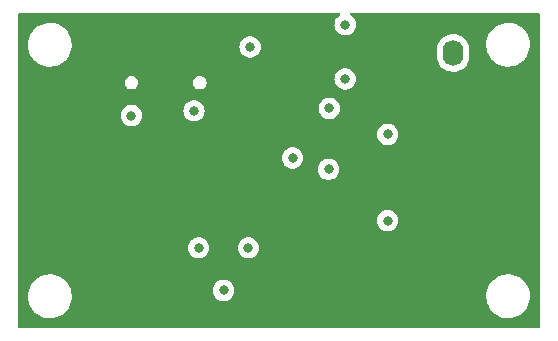
<source format=gbr>
%TF.GenerationSoftware,KiCad,Pcbnew,(7.0.0)*%
%TF.CreationDate,2023-03-22T16:00:14+00:00*%
%TF.ProjectId,CSAD2,43534144-322e-46b6-9963-61645f706362,0.2*%
%TF.SameCoordinates,Original*%
%TF.FileFunction,Copper,L3,Inr*%
%TF.FilePolarity,Positive*%
%FSLAX46Y46*%
G04 Gerber Fmt 4.6, Leading zero omitted, Abs format (unit mm)*
G04 Created by KiCad (PCBNEW (7.0.0)) date 2023-03-22 16:00:14*
%MOMM*%
%LPD*%
G01*
G04 APERTURE LIST*
G04 Aperture macros list*
%AMRoundRect*
0 Rectangle with rounded corners*
0 $1 Rounding radius*
0 $2 $3 $4 $5 $6 $7 $8 $9 X,Y pos of 4 corners*
0 Add a 4 corners polygon primitive as box body*
4,1,4,$2,$3,$4,$5,$6,$7,$8,$9,$2,$3,0*
0 Add four circle primitives for the rounded corners*
1,1,$1+$1,$2,$3*
1,1,$1+$1,$4,$5*
1,1,$1+$1,$6,$7*
1,1,$1+$1,$8,$9*
0 Add four rect primitives between the rounded corners*
20,1,$1+$1,$2,$3,$4,$5,0*
20,1,$1+$1,$4,$5,$6,$7,0*
20,1,$1+$1,$6,$7,$8,$9,0*
20,1,$1+$1,$8,$9,$2,$3,0*%
G04 Aperture macros list end*
%TA.AperFunction,ComponentPad*%
%ADD10RoundRect,0.250000X-0.620000X-0.845000X0.620000X-0.845000X0.620000X0.845000X-0.620000X0.845000X0*%
%TD*%
%TA.AperFunction,ComponentPad*%
%ADD11O,1.740000X2.190000*%
%TD*%
%TA.AperFunction,ViaPad*%
%ADD12C,0.800000*%
%TD*%
G04 APERTURE END LIST*
D10*
%TO.N,GND*%
%TO.C,J1*%
X152700000Y-81800000D03*
D11*
%TO.N,Net-(J1-Pin_2)*%
X155239999Y-81799999D03*
%TD*%
D12*
%TO.N,GND*%
X124000000Y-85000000D03*
X120000000Y-85000000D03*
X127000000Y-103000000D03*
X135000000Y-90000000D03*
X150400000Y-87500000D03*
X153000000Y-98000000D03*
X161000000Y-92000000D03*
X157500000Y-83900000D03*
X136900000Y-83100000D03*
X161000000Y-85000000D03*
X158000000Y-98000000D03*
X127000000Y-100000000D03*
X131000000Y-98000000D03*
X126800000Y-86500000D03*
X125000000Y-98000000D03*
X153000000Y-91000000D03*
X138000000Y-90000000D03*
X150300000Y-84900000D03*
X148000000Y-103000000D03*
X139900000Y-103200000D03*
X131000000Y-103000000D03*
X124000000Y-89000000D03*
X144000000Y-103000000D03*
X129000000Y-89000000D03*
X149100000Y-84900000D03*
X149000000Y-79200000D03*
X142900000Y-98000000D03*
X148000000Y-98000000D03*
X135000000Y-86400000D03*
X150300000Y-79200000D03*
X121000000Y-98000000D03*
X153000000Y-103000000D03*
X158000000Y-91000000D03*
%TO.N,+3.3V*%
X144750000Y-86500000D03*
X133700000Y-98300000D03*
X149700000Y-96000000D03*
X141650000Y-90700000D03*
X137900000Y-98300000D03*
X149700000Y-88700000D03*
%TO.N,Net-(JP1-C)*%
X144700000Y-91650000D03*
X135800000Y-101900000D03*
%TO.N,Net-(JP3-B)*%
X138050000Y-81300000D03*
X128000000Y-87100000D03*
X133300000Y-86700000D03*
X146100000Y-79400000D03*
%TO.N,Net-(J1-Pin_2)*%
X146100000Y-84000000D03*
%TD*%
%TA.AperFunction,Conductor*%
%TO.N,GND*%
G36*
X145621777Y-78415838D02*
G01*
X145666737Y-78458058D01*
X145685795Y-78516714D01*
X145674238Y-78577297D01*
X145634925Y-78624818D01*
X145499388Y-78723290D01*
X145499381Y-78723295D01*
X145494129Y-78727112D01*
X145489784Y-78731937D01*
X145489779Y-78731942D01*
X145371813Y-78862956D01*
X145371808Y-78862962D01*
X145367467Y-78867784D01*
X145364222Y-78873404D01*
X145364218Y-78873410D01*
X145276069Y-79026089D01*
X145276066Y-79026094D01*
X145272821Y-79031716D01*
X145270815Y-79037888D01*
X145270813Y-79037894D01*
X145216333Y-79205564D01*
X145216331Y-79205573D01*
X145214326Y-79211744D01*
X145213648Y-79218194D01*
X145213646Y-79218204D01*
X145202439Y-79324840D01*
X145194540Y-79400000D01*
X145195219Y-79406460D01*
X145213646Y-79581795D01*
X145213647Y-79581803D01*
X145214326Y-79588256D01*
X145216331Y-79594428D01*
X145216333Y-79594435D01*
X145270813Y-79762105D01*
X145272821Y-79768284D01*
X145276068Y-79773908D01*
X145276069Y-79773910D01*
X145358566Y-79916800D01*
X145367467Y-79932216D01*
X145494129Y-80072888D01*
X145647270Y-80184151D01*
X145820197Y-80261144D01*
X146005354Y-80300500D01*
X146188143Y-80300500D01*
X146194646Y-80300500D01*
X146379803Y-80261144D01*
X146552730Y-80184151D01*
X146705871Y-80072888D01*
X146832533Y-79932216D01*
X146927179Y-79768284D01*
X146985674Y-79588256D01*
X147005460Y-79400000D01*
X146985674Y-79211744D01*
X146927179Y-79031716D01*
X146832533Y-78867784D01*
X146705871Y-78727112D01*
X146700613Y-78723292D01*
X146700611Y-78723290D01*
X146565075Y-78624818D01*
X146525762Y-78577297D01*
X146514205Y-78516714D01*
X146533263Y-78458058D01*
X146578223Y-78415838D01*
X146637960Y-78400500D01*
X162475500Y-78400500D01*
X162537500Y-78417113D01*
X162582887Y-78462500D01*
X162599500Y-78524500D01*
X162599500Y-104975500D01*
X162582887Y-105037500D01*
X162537500Y-105082887D01*
X162475500Y-105099500D01*
X118524500Y-105099500D01*
X118462500Y-105082887D01*
X118417113Y-105037500D01*
X118400500Y-104975500D01*
X118400500Y-102467765D01*
X119245788Y-102467765D01*
X119246282Y-102472262D01*
X119246283Y-102472267D01*
X119274917Y-102732506D01*
X119274918Y-102732513D01*
X119275414Y-102737018D01*
X119276559Y-102741398D01*
X119276561Y-102741408D01*
X119292010Y-102800500D01*
X119343928Y-102999088D01*
X119345693Y-103003242D01*
X119345696Y-103003250D01*
X119448099Y-103244223D01*
X119449870Y-103248390D01*
X119452226Y-103252251D01*
X119452229Y-103252256D01*
X119588618Y-103475737D01*
X119590982Y-103479610D01*
X119764255Y-103687820D01*
X119767630Y-103690844D01*
X119767631Y-103690845D01*
X119872330Y-103784656D01*
X119965998Y-103868582D01*
X120191910Y-104018044D01*
X120437176Y-104133020D01*
X120696569Y-104211060D01*
X120964561Y-104250500D01*
X121165369Y-104250500D01*
X121167631Y-104250500D01*
X121370156Y-104235677D01*
X121634553Y-104176780D01*
X121887558Y-104080014D01*
X122123777Y-103947441D01*
X122338177Y-103781888D01*
X122526186Y-103586881D01*
X122683799Y-103366579D01*
X122807656Y-103125675D01*
X122895118Y-102869305D01*
X122944319Y-102602933D01*
X122954212Y-102332235D01*
X122924586Y-102062982D01*
X122881977Y-101900000D01*
X134894540Y-101900000D01*
X134895219Y-101906460D01*
X134913646Y-102081795D01*
X134913647Y-102081803D01*
X134914326Y-102088256D01*
X134916331Y-102094428D01*
X134916333Y-102094435D01*
X134970813Y-102262105D01*
X134972821Y-102268284D01*
X135067467Y-102432216D01*
X135071811Y-102437041D01*
X135071813Y-102437043D01*
X135103529Y-102472267D01*
X135194129Y-102572888D01*
X135199387Y-102576708D01*
X135199388Y-102576709D01*
X135241621Y-102607393D01*
X135347270Y-102684151D01*
X135520197Y-102761144D01*
X135705354Y-102800500D01*
X135888143Y-102800500D01*
X135894646Y-102800500D01*
X136079803Y-102761144D01*
X136252730Y-102684151D01*
X136405871Y-102572888D01*
X136500524Y-102467765D01*
X158045788Y-102467765D01*
X158046282Y-102472262D01*
X158046283Y-102472267D01*
X158074917Y-102732506D01*
X158074918Y-102732513D01*
X158075414Y-102737018D01*
X158076559Y-102741398D01*
X158076561Y-102741408D01*
X158092010Y-102800500D01*
X158143928Y-102999088D01*
X158145693Y-103003242D01*
X158145696Y-103003250D01*
X158248099Y-103244223D01*
X158249870Y-103248390D01*
X158252226Y-103252251D01*
X158252229Y-103252256D01*
X158388618Y-103475737D01*
X158390982Y-103479610D01*
X158564255Y-103687820D01*
X158567630Y-103690844D01*
X158567631Y-103690845D01*
X158672330Y-103784656D01*
X158765998Y-103868582D01*
X158991910Y-104018044D01*
X159237176Y-104133020D01*
X159496569Y-104211060D01*
X159764561Y-104250500D01*
X159965369Y-104250500D01*
X159967631Y-104250500D01*
X160170156Y-104235677D01*
X160434553Y-104176780D01*
X160687558Y-104080014D01*
X160923777Y-103947441D01*
X161138177Y-103781888D01*
X161326186Y-103586881D01*
X161483799Y-103366579D01*
X161607656Y-103125675D01*
X161695118Y-102869305D01*
X161744319Y-102602933D01*
X161754212Y-102332235D01*
X161724586Y-102062982D01*
X161656072Y-101800912D01*
X161550130Y-101551610D01*
X161409018Y-101320390D01*
X161235745Y-101112180D01*
X161232368Y-101109154D01*
X161037382Y-100934446D01*
X161037378Y-100934442D01*
X161034002Y-100931418D01*
X160808090Y-100781956D01*
X160803996Y-100780036D01*
X160803991Y-100780034D01*
X160566929Y-100668904D01*
X160566925Y-100668902D01*
X160562824Y-100666980D01*
X160558477Y-100665672D01*
X160558474Y-100665671D01*
X160307772Y-100590246D01*
X160307771Y-100590245D01*
X160303431Y-100588940D01*
X160298957Y-100588281D01*
X160298950Y-100588280D01*
X160039913Y-100550158D01*
X160039907Y-100550157D01*
X160035439Y-100549500D01*
X159832369Y-100549500D01*
X159830120Y-100549664D01*
X159830109Y-100549665D01*
X159634363Y-100563992D01*
X159634359Y-100563992D01*
X159629844Y-100564323D01*
X159625426Y-100565307D01*
X159625420Y-100565308D01*
X159369877Y-100622232D01*
X159369861Y-100622236D01*
X159365447Y-100623220D01*
X159361216Y-100624838D01*
X159361210Y-100624840D01*
X159116673Y-100718367D01*
X159116663Y-100718371D01*
X159112442Y-100719986D01*
X159108494Y-100722201D01*
X159108489Y-100722204D01*
X158880176Y-100850340D01*
X158880171Y-100850343D01*
X158876223Y-100852559D01*
X158872639Y-100855325D01*
X158872635Y-100855329D01*
X158665407Y-101015343D01*
X158665394Y-101015354D01*
X158661823Y-101018112D01*
X158658685Y-101021366D01*
X158658678Y-101021373D01*
X158476958Y-101209857D01*
X158476952Y-101209864D01*
X158473814Y-101213119D01*
X158471189Y-101216787D01*
X158471179Y-101216800D01*
X158318834Y-101429740D01*
X158318830Y-101429745D01*
X158316201Y-101433421D01*
X158314132Y-101437444D01*
X158314129Y-101437450D01*
X158194416Y-101670293D01*
X158194411Y-101670304D01*
X158192344Y-101674325D01*
X158190884Y-101678602D01*
X158190879Y-101678616D01*
X158106348Y-101926395D01*
X158106344Y-101926407D01*
X158104882Y-101930695D01*
X158104057Y-101935159D01*
X158104057Y-101935161D01*
X158056504Y-102192606D01*
X158056502Y-102192619D01*
X158055681Y-102197067D01*
X158055515Y-102201593D01*
X158055515Y-102201599D01*
X158046911Y-102437043D01*
X158045788Y-102467765D01*
X136500524Y-102467765D01*
X136532533Y-102432216D01*
X136627179Y-102268284D01*
X136685674Y-102088256D01*
X136705460Y-101900000D01*
X136685674Y-101711744D01*
X136627179Y-101531716D01*
X136532533Y-101367784D01*
X136405871Y-101227112D01*
X136400613Y-101223292D01*
X136400611Y-101223290D01*
X136257988Y-101119669D01*
X136257987Y-101119668D01*
X136252730Y-101115849D01*
X136246792Y-101113205D01*
X136085745Y-101041501D01*
X136085740Y-101041499D01*
X136079803Y-101038856D01*
X136073444Y-101037504D01*
X136073440Y-101037503D01*
X135901008Y-101000852D01*
X135901005Y-101000851D01*
X135894646Y-100999500D01*
X135705354Y-100999500D01*
X135698995Y-101000851D01*
X135698991Y-101000852D01*
X135526559Y-101037503D01*
X135526552Y-101037505D01*
X135520197Y-101038856D01*
X135514262Y-101041498D01*
X135514254Y-101041501D01*
X135353207Y-101113205D01*
X135353202Y-101113207D01*
X135347270Y-101115849D01*
X135342016Y-101119665D01*
X135342011Y-101119669D01*
X135199388Y-101223290D01*
X135199381Y-101223295D01*
X135194129Y-101227112D01*
X135189784Y-101231937D01*
X135189779Y-101231942D01*
X135071813Y-101362956D01*
X135071808Y-101362962D01*
X135067467Y-101367784D01*
X135064222Y-101373404D01*
X135064218Y-101373410D01*
X134976069Y-101526089D01*
X134976066Y-101526094D01*
X134972821Y-101531716D01*
X134970815Y-101537888D01*
X134970813Y-101537894D01*
X134916333Y-101705564D01*
X134916331Y-101705573D01*
X134914326Y-101711744D01*
X134913648Y-101718194D01*
X134913646Y-101718204D01*
X134904954Y-101800912D01*
X134894540Y-101900000D01*
X122881977Y-101900000D01*
X122856072Y-101800912D01*
X122750130Y-101551610D01*
X122609018Y-101320390D01*
X122435745Y-101112180D01*
X122432368Y-101109154D01*
X122237382Y-100934446D01*
X122237378Y-100934442D01*
X122234002Y-100931418D01*
X122008090Y-100781956D01*
X122003996Y-100780036D01*
X122003991Y-100780034D01*
X121766929Y-100668904D01*
X121766925Y-100668902D01*
X121762824Y-100666980D01*
X121758477Y-100665672D01*
X121758474Y-100665671D01*
X121507772Y-100590246D01*
X121507771Y-100590245D01*
X121503431Y-100588940D01*
X121498957Y-100588281D01*
X121498950Y-100588280D01*
X121239913Y-100550158D01*
X121239907Y-100550157D01*
X121235439Y-100549500D01*
X121032369Y-100549500D01*
X121030120Y-100549664D01*
X121030109Y-100549665D01*
X120834363Y-100563992D01*
X120834359Y-100563992D01*
X120829844Y-100564323D01*
X120825426Y-100565307D01*
X120825420Y-100565308D01*
X120569877Y-100622232D01*
X120569861Y-100622236D01*
X120565447Y-100623220D01*
X120561216Y-100624838D01*
X120561210Y-100624840D01*
X120316673Y-100718367D01*
X120316663Y-100718371D01*
X120312442Y-100719986D01*
X120308494Y-100722201D01*
X120308489Y-100722204D01*
X120080176Y-100850340D01*
X120080171Y-100850343D01*
X120076223Y-100852559D01*
X120072639Y-100855325D01*
X120072635Y-100855329D01*
X119865407Y-101015343D01*
X119865394Y-101015354D01*
X119861823Y-101018112D01*
X119858685Y-101021366D01*
X119858678Y-101021373D01*
X119676958Y-101209857D01*
X119676952Y-101209864D01*
X119673814Y-101213119D01*
X119671189Y-101216787D01*
X119671179Y-101216800D01*
X119518834Y-101429740D01*
X119518830Y-101429745D01*
X119516201Y-101433421D01*
X119514132Y-101437444D01*
X119514129Y-101437450D01*
X119394416Y-101670293D01*
X119394411Y-101670304D01*
X119392344Y-101674325D01*
X119390884Y-101678602D01*
X119390879Y-101678616D01*
X119306348Y-101926395D01*
X119306344Y-101926407D01*
X119304882Y-101930695D01*
X119304057Y-101935159D01*
X119304057Y-101935161D01*
X119256504Y-102192606D01*
X119256502Y-102192619D01*
X119255681Y-102197067D01*
X119255515Y-102201593D01*
X119255515Y-102201599D01*
X119246911Y-102437043D01*
X119245788Y-102467765D01*
X118400500Y-102467765D01*
X118400500Y-98300000D01*
X132794540Y-98300000D01*
X132795219Y-98306460D01*
X132813646Y-98481795D01*
X132813647Y-98481803D01*
X132814326Y-98488256D01*
X132816331Y-98494428D01*
X132816333Y-98494435D01*
X132870813Y-98662105D01*
X132872821Y-98668284D01*
X132967467Y-98832216D01*
X133094129Y-98972888D01*
X133247270Y-99084151D01*
X133420197Y-99161144D01*
X133605354Y-99200500D01*
X133788143Y-99200500D01*
X133794646Y-99200500D01*
X133979803Y-99161144D01*
X134152730Y-99084151D01*
X134305871Y-98972888D01*
X134432533Y-98832216D01*
X134527179Y-98668284D01*
X134585674Y-98488256D01*
X134605460Y-98300000D01*
X136994540Y-98300000D01*
X136995219Y-98306460D01*
X137013646Y-98481795D01*
X137013647Y-98481803D01*
X137014326Y-98488256D01*
X137016331Y-98494428D01*
X137016333Y-98494435D01*
X137070813Y-98662105D01*
X137072821Y-98668284D01*
X137167467Y-98832216D01*
X137294129Y-98972888D01*
X137447270Y-99084151D01*
X137620197Y-99161144D01*
X137805354Y-99200500D01*
X137988143Y-99200500D01*
X137994646Y-99200500D01*
X138179803Y-99161144D01*
X138352730Y-99084151D01*
X138505871Y-98972888D01*
X138632533Y-98832216D01*
X138727179Y-98668284D01*
X138785674Y-98488256D01*
X138805460Y-98300000D01*
X138785674Y-98111744D01*
X138727179Y-97931716D01*
X138632533Y-97767784D01*
X138505871Y-97627112D01*
X138500613Y-97623292D01*
X138500611Y-97623290D01*
X138357988Y-97519669D01*
X138357987Y-97519668D01*
X138352730Y-97515849D01*
X138346792Y-97513205D01*
X138185745Y-97441501D01*
X138185740Y-97441499D01*
X138179803Y-97438856D01*
X138173444Y-97437504D01*
X138173440Y-97437503D01*
X138001008Y-97400852D01*
X138001005Y-97400851D01*
X137994646Y-97399500D01*
X137805354Y-97399500D01*
X137798995Y-97400851D01*
X137798991Y-97400852D01*
X137626559Y-97437503D01*
X137626552Y-97437505D01*
X137620197Y-97438856D01*
X137614262Y-97441498D01*
X137614254Y-97441501D01*
X137453207Y-97513205D01*
X137453202Y-97513207D01*
X137447270Y-97515849D01*
X137442016Y-97519665D01*
X137442011Y-97519669D01*
X137299388Y-97623290D01*
X137299381Y-97623295D01*
X137294129Y-97627112D01*
X137289784Y-97631937D01*
X137289779Y-97631942D01*
X137171813Y-97762956D01*
X137171808Y-97762962D01*
X137167467Y-97767784D01*
X137164222Y-97773404D01*
X137164218Y-97773410D01*
X137076069Y-97926089D01*
X137076066Y-97926094D01*
X137072821Y-97931716D01*
X137070815Y-97937888D01*
X137070813Y-97937894D01*
X137016333Y-98105564D01*
X137016331Y-98105573D01*
X137014326Y-98111744D01*
X137013648Y-98118194D01*
X137013646Y-98118204D01*
X136995962Y-98286464D01*
X136994540Y-98300000D01*
X134605460Y-98300000D01*
X134585674Y-98111744D01*
X134527179Y-97931716D01*
X134432533Y-97767784D01*
X134305871Y-97627112D01*
X134300613Y-97623292D01*
X134300611Y-97623290D01*
X134157988Y-97519669D01*
X134157987Y-97519668D01*
X134152730Y-97515849D01*
X134146792Y-97513205D01*
X133985745Y-97441501D01*
X133985740Y-97441499D01*
X133979803Y-97438856D01*
X133973444Y-97437504D01*
X133973440Y-97437503D01*
X133801008Y-97400852D01*
X133801005Y-97400851D01*
X133794646Y-97399500D01*
X133605354Y-97399500D01*
X133598995Y-97400851D01*
X133598991Y-97400852D01*
X133426559Y-97437503D01*
X133426552Y-97437505D01*
X133420197Y-97438856D01*
X133414262Y-97441498D01*
X133414254Y-97441501D01*
X133253207Y-97513205D01*
X133253202Y-97513207D01*
X133247270Y-97515849D01*
X133242016Y-97519665D01*
X133242011Y-97519669D01*
X133099388Y-97623290D01*
X133099381Y-97623295D01*
X133094129Y-97627112D01*
X133089784Y-97631937D01*
X133089779Y-97631942D01*
X132971813Y-97762956D01*
X132971808Y-97762962D01*
X132967467Y-97767784D01*
X132964222Y-97773404D01*
X132964218Y-97773410D01*
X132876069Y-97926089D01*
X132876066Y-97926094D01*
X132872821Y-97931716D01*
X132870815Y-97937888D01*
X132870813Y-97937894D01*
X132816333Y-98105564D01*
X132816331Y-98105573D01*
X132814326Y-98111744D01*
X132813648Y-98118194D01*
X132813646Y-98118204D01*
X132795962Y-98286464D01*
X132794540Y-98300000D01*
X118400500Y-98300000D01*
X118400500Y-96000000D01*
X148794540Y-96000000D01*
X148795219Y-96006460D01*
X148813646Y-96181795D01*
X148813647Y-96181803D01*
X148814326Y-96188256D01*
X148816331Y-96194428D01*
X148816333Y-96194435D01*
X148870813Y-96362105D01*
X148872821Y-96368284D01*
X148967467Y-96532216D01*
X149094129Y-96672888D01*
X149247270Y-96784151D01*
X149420197Y-96861144D01*
X149605354Y-96900500D01*
X149788143Y-96900500D01*
X149794646Y-96900500D01*
X149979803Y-96861144D01*
X150152730Y-96784151D01*
X150305871Y-96672888D01*
X150432533Y-96532216D01*
X150527179Y-96368284D01*
X150585674Y-96188256D01*
X150605460Y-96000000D01*
X150585674Y-95811744D01*
X150527179Y-95631716D01*
X150432533Y-95467784D01*
X150305871Y-95327112D01*
X150300613Y-95323292D01*
X150300611Y-95323290D01*
X150157988Y-95219669D01*
X150157987Y-95219668D01*
X150152730Y-95215849D01*
X150146792Y-95213205D01*
X149985745Y-95141501D01*
X149985740Y-95141499D01*
X149979803Y-95138856D01*
X149973444Y-95137504D01*
X149973440Y-95137503D01*
X149801008Y-95100852D01*
X149801005Y-95100851D01*
X149794646Y-95099500D01*
X149605354Y-95099500D01*
X149598995Y-95100851D01*
X149598991Y-95100852D01*
X149426559Y-95137503D01*
X149426552Y-95137505D01*
X149420197Y-95138856D01*
X149414262Y-95141498D01*
X149414254Y-95141501D01*
X149253207Y-95213205D01*
X149253202Y-95213207D01*
X149247270Y-95215849D01*
X149242016Y-95219665D01*
X149242011Y-95219669D01*
X149099388Y-95323290D01*
X149099381Y-95323295D01*
X149094129Y-95327112D01*
X149089784Y-95331937D01*
X149089779Y-95331942D01*
X148971813Y-95462956D01*
X148971808Y-95462962D01*
X148967467Y-95467784D01*
X148964222Y-95473404D01*
X148964218Y-95473410D01*
X148876069Y-95626089D01*
X148876066Y-95626094D01*
X148872821Y-95631716D01*
X148870815Y-95637888D01*
X148870813Y-95637894D01*
X148816333Y-95805564D01*
X148816331Y-95805573D01*
X148814326Y-95811744D01*
X148813648Y-95818194D01*
X148813646Y-95818204D01*
X148795962Y-95986464D01*
X148794540Y-96000000D01*
X118400500Y-96000000D01*
X118400500Y-91650000D01*
X143794540Y-91650000D01*
X143795219Y-91656460D01*
X143813646Y-91831795D01*
X143813647Y-91831803D01*
X143814326Y-91838256D01*
X143816331Y-91844428D01*
X143816333Y-91844435D01*
X143870813Y-92012105D01*
X143872821Y-92018284D01*
X143967467Y-92182216D01*
X144094129Y-92322888D01*
X144247270Y-92434151D01*
X144420197Y-92511144D01*
X144605354Y-92550500D01*
X144788143Y-92550500D01*
X144794646Y-92550500D01*
X144979803Y-92511144D01*
X145152730Y-92434151D01*
X145305871Y-92322888D01*
X145432533Y-92182216D01*
X145527179Y-92018284D01*
X145585674Y-91838256D01*
X145605460Y-91650000D01*
X145585674Y-91461744D01*
X145527179Y-91281716D01*
X145432533Y-91117784D01*
X145305871Y-90977112D01*
X145300613Y-90973292D01*
X145300611Y-90973290D01*
X145157988Y-90869669D01*
X145157987Y-90869668D01*
X145152730Y-90865849D01*
X145146792Y-90863205D01*
X144985745Y-90791501D01*
X144985740Y-90791499D01*
X144979803Y-90788856D01*
X144973444Y-90787504D01*
X144973440Y-90787503D01*
X144801008Y-90750852D01*
X144801005Y-90750851D01*
X144794646Y-90749500D01*
X144605354Y-90749500D01*
X144598995Y-90750851D01*
X144598991Y-90750852D01*
X144426559Y-90787503D01*
X144426552Y-90787505D01*
X144420197Y-90788856D01*
X144414262Y-90791498D01*
X144414254Y-90791501D01*
X144253207Y-90863205D01*
X144253202Y-90863207D01*
X144247270Y-90865849D01*
X144242016Y-90869665D01*
X144242011Y-90869669D01*
X144099388Y-90973290D01*
X144099381Y-90973295D01*
X144094129Y-90977112D01*
X144089784Y-90981937D01*
X144089779Y-90981942D01*
X143971813Y-91112956D01*
X143971808Y-91112962D01*
X143967467Y-91117784D01*
X143964222Y-91123404D01*
X143964218Y-91123410D01*
X143876069Y-91276089D01*
X143876066Y-91276094D01*
X143872821Y-91281716D01*
X143870815Y-91287888D01*
X143870813Y-91287894D01*
X143816333Y-91455564D01*
X143816331Y-91455573D01*
X143814326Y-91461744D01*
X143813648Y-91468194D01*
X143813646Y-91468204D01*
X143795962Y-91636464D01*
X143794540Y-91650000D01*
X118400500Y-91650000D01*
X118400500Y-90700000D01*
X140744540Y-90700000D01*
X140745219Y-90706460D01*
X140763646Y-90881795D01*
X140763647Y-90881803D01*
X140764326Y-90888256D01*
X140766331Y-90894428D01*
X140766333Y-90894435D01*
X140820813Y-91062105D01*
X140822821Y-91068284D01*
X140917467Y-91232216D01*
X140921811Y-91237041D01*
X140921813Y-91237043D01*
X140962037Y-91281716D01*
X141044129Y-91372888D01*
X141197270Y-91484151D01*
X141370197Y-91561144D01*
X141555354Y-91600500D01*
X141738143Y-91600500D01*
X141744646Y-91600500D01*
X141929803Y-91561144D01*
X142102730Y-91484151D01*
X142255871Y-91372888D01*
X142382533Y-91232216D01*
X142477179Y-91068284D01*
X142535674Y-90888256D01*
X142555460Y-90700000D01*
X142535674Y-90511744D01*
X142477179Y-90331716D01*
X142382533Y-90167784D01*
X142255871Y-90027112D01*
X142250613Y-90023292D01*
X142250611Y-90023290D01*
X142107988Y-89919669D01*
X142107987Y-89919668D01*
X142102730Y-89915849D01*
X142096792Y-89913205D01*
X141935745Y-89841501D01*
X141935740Y-89841499D01*
X141929803Y-89838856D01*
X141923444Y-89837504D01*
X141923440Y-89837503D01*
X141751008Y-89800852D01*
X141751005Y-89800851D01*
X141744646Y-89799500D01*
X141555354Y-89799500D01*
X141548995Y-89800851D01*
X141548991Y-89800852D01*
X141376559Y-89837503D01*
X141376552Y-89837505D01*
X141370197Y-89838856D01*
X141364262Y-89841498D01*
X141364254Y-89841501D01*
X141203207Y-89913205D01*
X141203202Y-89913207D01*
X141197270Y-89915849D01*
X141192016Y-89919665D01*
X141192011Y-89919669D01*
X141049388Y-90023290D01*
X141049381Y-90023295D01*
X141044129Y-90027112D01*
X141039784Y-90031937D01*
X141039779Y-90031942D01*
X140921813Y-90162956D01*
X140921808Y-90162962D01*
X140917467Y-90167784D01*
X140914222Y-90173404D01*
X140914218Y-90173410D01*
X140826069Y-90326089D01*
X140826066Y-90326094D01*
X140822821Y-90331716D01*
X140820815Y-90337888D01*
X140820813Y-90337894D01*
X140766333Y-90505564D01*
X140766331Y-90505573D01*
X140764326Y-90511744D01*
X140763648Y-90518194D01*
X140763646Y-90518204D01*
X140745962Y-90686464D01*
X140744540Y-90700000D01*
X118400500Y-90700000D01*
X118400500Y-88700000D01*
X148794540Y-88700000D01*
X148795219Y-88706460D01*
X148813646Y-88881795D01*
X148813647Y-88881803D01*
X148814326Y-88888256D01*
X148816331Y-88894428D01*
X148816333Y-88894435D01*
X148870813Y-89062105D01*
X148872821Y-89068284D01*
X148967467Y-89232216D01*
X149094129Y-89372888D01*
X149247270Y-89484151D01*
X149420197Y-89561144D01*
X149605354Y-89600500D01*
X149788143Y-89600500D01*
X149794646Y-89600500D01*
X149979803Y-89561144D01*
X150152730Y-89484151D01*
X150305871Y-89372888D01*
X150432533Y-89232216D01*
X150527179Y-89068284D01*
X150585674Y-88888256D01*
X150605460Y-88700000D01*
X150585674Y-88511744D01*
X150527179Y-88331716D01*
X150432533Y-88167784D01*
X150305871Y-88027112D01*
X150300613Y-88023292D01*
X150300611Y-88023290D01*
X150157988Y-87919669D01*
X150157987Y-87919668D01*
X150152730Y-87915849D01*
X150146792Y-87913205D01*
X149985745Y-87841501D01*
X149985740Y-87841499D01*
X149979803Y-87838856D01*
X149973444Y-87837504D01*
X149973440Y-87837503D01*
X149801008Y-87800852D01*
X149801005Y-87800851D01*
X149794646Y-87799500D01*
X149605354Y-87799500D01*
X149598995Y-87800851D01*
X149598991Y-87800852D01*
X149426559Y-87837503D01*
X149426552Y-87837505D01*
X149420197Y-87838856D01*
X149414262Y-87841498D01*
X149414254Y-87841501D01*
X149253207Y-87913205D01*
X149253202Y-87913207D01*
X149247270Y-87915849D01*
X149242016Y-87919665D01*
X149242011Y-87919669D01*
X149099388Y-88023290D01*
X149099381Y-88023295D01*
X149094129Y-88027112D01*
X149089784Y-88031937D01*
X149089779Y-88031942D01*
X148971813Y-88162956D01*
X148971808Y-88162962D01*
X148967467Y-88167784D01*
X148964222Y-88173404D01*
X148964218Y-88173410D01*
X148876069Y-88326089D01*
X148876066Y-88326094D01*
X148872821Y-88331716D01*
X148870815Y-88337888D01*
X148870813Y-88337894D01*
X148816333Y-88505564D01*
X148816331Y-88505573D01*
X148814326Y-88511744D01*
X148813648Y-88518194D01*
X148813646Y-88518204D01*
X148795962Y-88686464D01*
X148794540Y-88700000D01*
X118400500Y-88700000D01*
X118400500Y-87100000D01*
X127094540Y-87100000D01*
X127095219Y-87106460D01*
X127113646Y-87281795D01*
X127113647Y-87281803D01*
X127114326Y-87288256D01*
X127116331Y-87294428D01*
X127116333Y-87294435D01*
X127170813Y-87462105D01*
X127172821Y-87468284D01*
X127176068Y-87473908D01*
X127176069Y-87473910D01*
X127248374Y-87599147D01*
X127267467Y-87632216D01*
X127394129Y-87772888D01*
X127547270Y-87884151D01*
X127720197Y-87961144D01*
X127905354Y-88000500D01*
X128088143Y-88000500D01*
X128094646Y-88000500D01*
X128279803Y-87961144D01*
X128452730Y-87884151D01*
X128605871Y-87772888D01*
X128732533Y-87632216D01*
X128827179Y-87468284D01*
X128885674Y-87288256D01*
X128905460Y-87100000D01*
X128885674Y-86911744D01*
X128827179Y-86731716D01*
X128808868Y-86700000D01*
X132394540Y-86700000D01*
X132395219Y-86706460D01*
X132413646Y-86881795D01*
X132413647Y-86881803D01*
X132414326Y-86888256D01*
X132416331Y-86894428D01*
X132416333Y-86894435D01*
X132462670Y-87037043D01*
X132472821Y-87068284D01*
X132476068Y-87073908D01*
X132476069Y-87073910D01*
X132487402Y-87093540D01*
X132567467Y-87232216D01*
X132571811Y-87237041D01*
X132571813Y-87237043D01*
X132684772Y-87362496D01*
X132694129Y-87372888D01*
X132699387Y-87376708D01*
X132699388Y-87376709D01*
X132732134Y-87400500D01*
X132847270Y-87484151D01*
X133020197Y-87561144D01*
X133205354Y-87600500D01*
X133388143Y-87600500D01*
X133394646Y-87600500D01*
X133579803Y-87561144D01*
X133752730Y-87484151D01*
X133905871Y-87372888D01*
X134032533Y-87232216D01*
X134127179Y-87068284D01*
X134185674Y-86888256D01*
X134205460Y-86700000D01*
X134185674Y-86511744D01*
X134181858Y-86500000D01*
X143844540Y-86500000D01*
X143845219Y-86506460D01*
X143863646Y-86681795D01*
X143863647Y-86681803D01*
X143864326Y-86688256D01*
X143866331Y-86694428D01*
X143866333Y-86694435D01*
X143880454Y-86737894D01*
X143922821Y-86868284D01*
X143926068Y-86873908D01*
X143926069Y-86873910D01*
X143947912Y-86911744D01*
X144017467Y-87032216D01*
X144021811Y-87037041D01*
X144021813Y-87037043D01*
X144078500Y-87100000D01*
X144144129Y-87172888D01*
X144297270Y-87284151D01*
X144470197Y-87361144D01*
X144655354Y-87400500D01*
X144838143Y-87400500D01*
X144844646Y-87400500D01*
X145029803Y-87361144D01*
X145202730Y-87284151D01*
X145355871Y-87172888D01*
X145482533Y-87032216D01*
X145577179Y-86868284D01*
X145635674Y-86688256D01*
X145655460Y-86500000D01*
X145635674Y-86311744D01*
X145577179Y-86131716D01*
X145482533Y-85967784D01*
X145355871Y-85827112D01*
X145350613Y-85823292D01*
X145350611Y-85823290D01*
X145207988Y-85719669D01*
X145207987Y-85719668D01*
X145202730Y-85715849D01*
X145196792Y-85713205D01*
X145035745Y-85641501D01*
X145035740Y-85641499D01*
X145029803Y-85638856D01*
X145023444Y-85637504D01*
X145023440Y-85637503D01*
X144851008Y-85600852D01*
X144851005Y-85600851D01*
X144844646Y-85599500D01*
X144655354Y-85599500D01*
X144648995Y-85600851D01*
X144648991Y-85600852D01*
X144476559Y-85637503D01*
X144476552Y-85637505D01*
X144470197Y-85638856D01*
X144464262Y-85641498D01*
X144464254Y-85641501D01*
X144303207Y-85713205D01*
X144303202Y-85713207D01*
X144297270Y-85715849D01*
X144292016Y-85719665D01*
X144292011Y-85719669D01*
X144149388Y-85823290D01*
X144149381Y-85823295D01*
X144144129Y-85827112D01*
X144139784Y-85831937D01*
X144139779Y-85831942D01*
X144021813Y-85962956D01*
X144021808Y-85962962D01*
X144017467Y-85967784D01*
X144014222Y-85973404D01*
X144014218Y-85973410D01*
X143926069Y-86126089D01*
X143926066Y-86126094D01*
X143922821Y-86131716D01*
X143920815Y-86137888D01*
X143920813Y-86137894D01*
X143866333Y-86305564D01*
X143866331Y-86305573D01*
X143864326Y-86311744D01*
X143863648Y-86318194D01*
X143863646Y-86318204D01*
X143851693Y-86431942D01*
X143844540Y-86500000D01*
X134181858Y-86500000D01*
X134127179Y-86331716D01*
X134032533Y-86167784D01*
X133905871Y-86027112D01*
X133900613Y-86023292D01*
X133900611Y-86023290D01*
X133757988Y-85919669D01*
X133757987Y-85919668D01*
X133752730Y-85915849D01*
X133746792Y-85913205D01*
X133585745Y-85841501D01*
X133585740Y-85841499D01*
X133579803Y-85838856D01*
X133573444Y-85837504D01*
X133573440Y-85837503D01*
X133401008Y-85800852D01*
X133401005Y-85800851D01*
X133394646Y-85799500D01*
X133205354Y-85799500D01*
X133198995Y-85800851D01*
X133198991Y-85800852D01*
X133026559Y-85837503D01*
X133026552Y-85837505D01*
X133020197Y-85838856D01*
X133014262Y-85841498D01*
X133014254Y-85841501D01*
X132853207Y-85913205D01*
X132853202Y-85913207D01*
X132847270Y-85915849D01*
X132842016Y-85919665D01*
X132842011Y-85919669D01*
X132699388Y-86023290D01*
X132699381Y-86023295D01*
X132694129Y-86027112D01*
X132689784Y-86031937D01*
X132689779Y-86031942D01*
X132571813Y-86162956D01*
X132571808Y-86162962D01*
X132567467Y-86167784D01*
X132564222Y-86173404D01*
X132564218Y-86173410D01*
X132476069Y-86326089D01*
X132476066Y-86326094D01*
X132472821Y-86331716D01*
X132470815Y-86337888D01*
X132470813Y-86337894D01*
X132416333Y-86505564D01*
X132416331Y-86505573D01*
X132414326Y-86511744D01*
X132413648Y-86518194D01*
X132413646Y-86518204D01*
X132396453Y-86681795D01*
X132394540Y-86700000D01*
X128808868Y-86700000D01*
X128732533Y-86567784D01*
X128677316Y-86506460D01*
X128610220Y-86431942D01*
X128610219Y-86431941D01*
X128605871Y-86427112D01*
X128600613Y-86423292D01*
X128600611Y-86423290D01*
X128457988Y-86319669D01*
X128457987Y-86319668D01*
X128452730Y-86315849D01*
X128446792Y-86313205D01*
X128285745Y-86241501D01*
X128285740Y-86241499D01*
X128279803Y-86238856D01*
X128273444Y-86237504D01*
X128273440Y-86237503D01*
X128101008Y-86200852D01*
X128101005Y-86200851D01*
X128094646Y-86199500D01*
X127905354Y-86199500D01*
X127898995Y-86200851D01*
X127898991Y-86200852D01*
X127726559Y-86237503D01*
X127726552Y-86237505D01*
X127720197Y-86238856D01*
X127714262Y-86241498D01*
X127714254Y-86241501D01*
X127553207Y-86313205D01*
X127553202Y-86313207D01*
X127547270Y-86315849D01*
X127542016Y-86319665D01*
X127542011Y-86319669D01*
X127399388Y-86423290D01*
X127399381Y-86423295D01*
X127394129Y-86427112D01*
X127389784Y-86431937D01*
X127389779Y-86431942D01*
X127271813Y-86562956D01*
X127271808Y-86562962D01*
X127267467Y-86567784D01*
X127264222Y-86573404D01*
X127264218Y-86573410D01*
X127176069Y-86726089D01*
X127176066Y-86726094D01*
X127172821Y-86731716D01*
X127170815Y-86737888D01*
X127170813Y-86737894D01*
X127116333Y-86905564D01*
X127116331Y-86905573D01*
X127114326Y-86911744D01*
X127113648Y-86918194D01*
X127113646Y-86918204D01*
X127101664Y-87032216D01*
X127094540Y-87100000D01*
X118400500Y-87100000D01*
X118400500Y-84315000D01*
X127429534Y-84315000D01*
X127430595Y-84323059D01*
X127448251Y-84457176D01*
X127448252Y-84457182D01*
X127449313Y-84465236D01*
X127452422Y-84472742D01*
X127452423Y-84472745D01*
X127504191Y-84597723D01*
X127507302Y-84605233D01*
X127512245Y-84611674D01*
X127512248Y-84611680D01*
X127594605Y-84719008D01*
X127599549Y-84725451D01*
X127605991Y-84730394D01*
X127713319Y-84812751D01*
X127713322Y-84812753D01*
X127719767Y-84817698D01*
X127859764Y-84875687D01*
X127972280Y-84890500D01*
X128043667Y-84890500D01*
X128047720Y-84890500D01*
X128160236Y-84875687D01*
X128300233Y-84817698D01*
X128420451Y-84725451D01*
X128512698Y-84605233D01*
X128570687Y-84465236D01*
X128590466Y-84315000D01*
X133209534Y-84315000D01*
X133210595Y-84323059D01*
X133228251Y-84457176D01*
X133228252Y-84457182D01*
X133229313Y-84465236D01*
X133232422Y-84472742D01*
X133232423Y-84472745D01*
X133284191Y-84597723D01*
X133287302Y-84605233D01*
X133292245Y-84611674D01*
X133292248Y-84611680D01*
X133374605Y-84719008D01*
X133379549Y-84725451D01*
X133385991Y-84730394D01*
X133493319Y-84812751D01*
X133493322Y-84812753D01*
X133499767Y-84817698D01*
X133639764Y-84875687D01*
X133752280Y-84890500D01*
X133823667Y-84890500D01*
X133827720Y-84890500D01*
X133940236Y-84875687D01*
X134080233Y-84817698D01*
X134200451Y-84725451D01*
X134292698Y-84605233D01*
X134350687Y-84465236D01*
X134370466Y-84315000D01*
X134350687Y-84164764D01*
X134292698Y-84024767D01*
X134287753Y-84018322D01*
X134287751Y-84018319D01*
X134273694Y-84000000D01*
X145194540Y-84000000D01*
X145195219Y-84006460D01*
X145213646Y-84181795D01*
X145213647Y-84181803D01*
X145214326Y-84188256D01*
X145216331Y-84194428D01*
X145216333Y-84194435D01*
X145258126Y-84323059D01*
X145272821Y-84368284D01*
X145367467Y-84532216D01*
X145494129Y-84672888D01*
X145647270Y-84784151D01*
X145820197Y-84861144D01*
X146005354Y-84900500D01*
X146188143Y-84900500D01*
X146194646Y-84900500D01*
X146379803Y-84861144D01*
X146552730Y-84784151D01*
X146705871Y-84672888D01*
X146832533Y-84532216D01*
X146927179Y-84368284D01*
X146985674Y-84188256D01*
X147005460Y-84000000D01*
X146985674Y-83811744D01*
X146927179Y-83631716D01*
X146832533Y-83467784D01*
X146705871Y-83327112D01*
X146700613Y-83323292D01*
X146700611Y-83323290D01*
X146557988Y-83219669D01*
X146557987Y-83219668D01*
X146552730Y-83215849D01*
X146514007Y-83198608D01*
X146385745Y-83141501D01*
X146385740Y-83141499D01*
X146379803Y-83138856D01*
X146373444Y-83137504D01*
X146373440Y-83137503D01*
X146201008Y-83100852D01*
X146201005Y-83100851D01*
X146194646Y-83099500D01*
X146005354Y-83099500D01*
X145998995Y-83100851D01*
X145998991Y-83100852D01*
X145826559Y-83137503D01*
X145826552Y-83137505D01*
X145820197Y-83138856D01*
X145814262Y-83141498D01*
X145814254Y-83141501D01*
X145653207Y-83213205D01*
X145653202Y-83213207D01*
X145647270Y-83215849D01*
X145642016Y-83219665D01*
X145642011Y-83219669D01*
X145499388Y-83323290D01*
X145499381Y-83323295D01*
X145494129Y-83327112D01*
X145489784Y-83331937D01*
X145489779Y-83331942D01*
X145371813Y-83462956D01*
X145371808Y-83462962D01*
X145367467Y-83467784D01*
X145364222Y-83473404D01*
X145364218Y-83473410D01*
X145276069Y-83626089D01*
X145276066Y-83626094D01*
X145272821Y-83631716D01*
X145270815Y-83637888D01*
X145270813Y-83637894D01*
X145216333Y-83805564D01*
X145216331Y-83805573D01*
X145214326Y-83811744D01*
X145213648Y-83818194D01*
X145213646Y-83818204D01*
X145204572Y-83904549D01*
X145194540Y-84000000D01*
X134273694Y-84000000D01*
X134205394Y-83910991D01*
X134200451Y-83904549D01*
X134194008Y-83899605D01*
X134086680Y-83817248D01*
X134086674Y-83817245D01*
X134080233Y-83812302D01*
X134072724Y-83809191D01*
X134072723Y-83809191D01*
X133947745Y-83757423D01*
X133947742Y-83757422D01*
X133940236Y-83754313D01*
X133932182Y-83753252D01*
X133932176Y-83753251D01*
X133831739Y-83740029D01*
X133831737Y-83740028D01*
X133827720Y-83739500D01*
X133752280Y-83739500D01*
X133748263Y-83740028D01*
X133748260Y-83740029D01*
X133647823Y-83753251D01*
X133647815Y-83753252D01*
X133639764Y-83754313D01*
X133632259Y-83757421D01*
X133632254Y-83757423D01*
X133507276Y-83809191D01*
X133507272Y-83809193D01*
X133499767Y-83812302D01*
X133493328Y-83817242D01*
X133493319Y-83817248D01*
X133385991Y-83899605D01*
X133385987Y-83899608D01*
X133379549Y-83904549D01*
X133374608Y-83910987D01*
X133374605Y-83910991D01*
X133292248Y-84018319D01*
X133292242Y-84018328D01*
X133287302Y-84024767D01*
X133284193Y-84032272D01*
X133284191Y-84032276D01*
X133232423Y-84157254D01*
X133232421Y-84157259D01*
X133229313Y-84164764D01*
X133228252Y-84172815D01*
X133228251Y-84172823D01*
X133210760Y-84305683D01*
X133209534Y-84315000D01*
X128590466Y-84315000D01*
X128570687Y-84164764D01*
X128512698Y-84024767D01*
X128507753Y-84018322D01*
X128507751Y-84018319D01*
X128425394Y-83910991D01*
X128420451Y-83904549D01*
X128414008Y-83899605D01*
X128306680Y-83817248D01*
X128306674Y-83817245D01*
X128300233Y-83812302D01*
X128292724Y-83809191D01*
X128292723Y-83809191D01*
X128167745Y-83757423D01*
X128167742Y-83757422D01*
X128160236Y-83754313D01*
X128152182Y-83753252D01*
X128152176Y-83753251D01*
X128051739Y-83740029D01*
X128051737Y-83740028D01*
X128047720Y-83739500D01*
X127972280Y-83739500D01*
X127968263Y-83740028D01*
X127968260Y-83740029D01*
X127867823Y-83753251D01*
X127867815Y-83753252D01*
X127859764Y-83754313D01*
X127852259Y-83757421D01*
X127852254Y-83757423D01*
X127727276Y-83809191D01*
X127727272Y-83809193D01*
X127719767Y-83812302D01*
X127713328Y-83817242D01*
X127713319Y-83817248D01*
X127605991Y-83899605D01*
X127605987Y-83899608D01*
X127599549Y-83904549D01*
X127594608Y-83910987D01*
X127594605Y-83910991D01*
X127512248Y-84018319D01*
X127512242Y-84018328D01*
X127507302Y-84024767D01*
X127504193Y-84032272D01*
X127504191Y-84032276D01*
X127452423Y-84157254D01*
X127452421Y-84157259D01*
X127449313Y-84164764D01*
X127448252Y-84172815D01*
X127448251Y-84172823D01*
X127430760Y-84305683D01*
X127429534Y-84315000D01*
X118400500Y-84315000D01*
X118400500Y-81167765D01*
X119245788Y-81167765D01*
X119246282Y-81172262D01*
X119246283Y-81172267D01*
X119274917Y-81432506D01*
X119274918Y-81432513D01*
X119275414Y-81437018D01*
X119276559Y-81441398D01*
X119276561Y-81441408D01*
X119296955Y-81519415D01*
X119343928Y-81699088D01*
X119345693Y-81703242D01*
X119345696Y-81703250D01*
X119448099Y-81944223D01*
X119449870Y-81948390D01*
X119452226Y-81952251D01*
X119452229Y-81952256D01*
X119578097Y-82158498D01*
X119590982Y-82179610D01*
X119677189Y-82283199D01*
X119754878Y-82376553D01*
X119764255Y-82387820D01*
X119767630Y-82390844D01*
X119767631Y-82390845D01*
X119872330Y-82484656D01*
X119965998Y-82568582D01*
X120191910Y-82718044D01*
X120437176Y-82833020D01*
X120696569Y-82911060D01*
X120964561Y-82950500D01*
X121165369Y-82950500D01*
X121167631Y-82950500D01*
X121370156Y-82935677D01*
X121634553Y-82876780D01*
X121887558Y-82780014D01*
X122123777Y-82647441D01*
X122338177Y-82481888D01*
X122526186Y-82286881D01*
X122683799Y-82066579D01*
X122807656Y-81825675D01*
X122895118Y-81569305D01*
X122944319Y-81302933D01*
X122944426Y-81300000D01*
X137144540Y-81300000D01*
X137145219Y-81306460D01*
X137163646Y-81481795D01*
X137163647Y-81481803D01*
X137164326Y-81488256D01*
X137166331Y-81494428D01*
X137166333Y-81494435D01*
X137192057Y-81573604D01*
X137222821Y-81668284D01*
X137226068Y-81673908D01*
X137226069Y-81673910D01*
X137313690Y-81825675D01*
X137317467Y-81832216D01*
X137444129Y-81972888D01*
X137597270Y-82084151D01*
X137770197Y-82161144D01*
X137955354Y-82200500D01*
X138138143Y-82200500D01*
X138144646Y-82200500D01*
X138329803Y-82161144D01*
X138502730Y-82084151D01*
X138504017Y-82083216D01*
X153869500Y-82083216D01*
X153869722Y-82085832D01*
X153869723Y-82085840D01*
X153883882Y-82252199D01*
X153883883Y-82252208D01*
X153884330Y-82257453D01*
X153943115Y-82483219D01*
X153945283Y-82488015D01*
X153945284Y-82488018D01*
X154037036Y-82690999D01*
X154037040Y-82691007D01*
X154039208Y-82695802D01*
X154169847Y-82889088D01*
X154331272Y-83057516D01*
X154518839Y-83196240D01*
X154727153Y-83301270D01*
X154950220Y-83369583D01*
X155181624Y-83399216D01*
X155414707Y-83389314D01*
X155642765Y-83340164D01*
X155859235Y-83253179D01*
X156057891Y-83130862D01*
X156233018Y-82976731D01*
X156379578Y-82795220D01*
X156493354Y-82591552D01*
X156571073Y-82371584D01*
X156610500Y-82141647D01*
X156610500Y-81516784D01*
X156595670Y-81342547D01*
X156550160Y-81167765D01*
X158045788Y-81167765D01*
X158046282Y-81172262D01*
X158046283Y-81172267D01*
X158074917Y-81432506D01*
X158074918Y-81432513D01*
X158075414Y-81437018D01*
X158076559Y-81441398D01*
X158076561Y-81441408D01*
X158096955Y-81519415D01*
X158143928Y-81699088D01*
X158145693Y-81703242D01*
X158145696Y-81703250D01*
X158248099Y-81944223D01*
X158249870Y-81948390D01*
X158252226Y-81952251D01*
X158252229Y-81952256D01*
X158378097Y-82158498D01*
X158390982Y-82179610D01*
X158477189Y-82283199D01*
X158554878Y-82376553D01*
X158564255Y-82387820D01*
X158567630Y-82390844D01*
X158567631Y-82390845D01*
X158672330Y-82484656D01*
X158765998Y-82568582D01*
X158991910Y-82718044D01*
X159237176Y-82833020D01*
X159496569Y-82911060D01*
X159764561Y-82950500D01*
X159965369Y-82950500D01*
X159967631Y-82950500D01*
X160170156Y-82935677D01*
X160434553Y-82876780D01*
X160687558Y-82780014D01*
X160923777Y-82647441D01*
X161138177Y-82481888D01*
X161326186Y-82286881D01*
X161483799Y-82066579D01*
X161607656Y-81825675D01*
X161695118Y-81569305D01*
X161744319Y-81302933D01*
X161754212Y-81032235D01*
X161724586Y-80762982D01*
X161656072Y-80500912D01*
X161642569Y-80469138D01*
X161613551Y-80400852D01*
X161550130Y-80251610D01*
X161409018Y-80020390D01*
X161235745Y-79812180D01*
X161130759Y-79718112D01*
X161037382Y-79634446D01*
X161037378Y-79634442D01*
X161034002Y-79631418D01*
X160808090Y-79481956D01*
X160803996Y-79480036D01*
X160803991Y-79480034D01*
X160566929Y-79368904D01*
X160566925Y-79368902D01*
X160562824Y-79366980D01*
X160558477Y-79365672D01*
X160558474Y-79365671D01*
X160307772Y-79290246D01*
X160307771Y-79290245D01*
X160303431Y-79288940D01*
X160298957Y-79288281D01*
X160298950Y-79288280D01*
X160039913Y-79250158D01*
X160039907Y-79250157D01*
X160035439Y-79249500D01*
X159832369Y-79249500D01*
X159830120Y-79249664D01*
X159830109Y-79249665D01*
X159634363Y-79263992D01*
X159634359Y-79263992D01*
X159629844Y-79264323D01*
X159625426Y-79265307D01*
X159625420Y-79265308D01*
X159369877Y-79322232D01*
X159369861Y-79322236D01*
X159365447Y-79323220D01*
X159361216Y-79324838D01*
X159361210Y-79324840D01*
X159116673Y-79418367D01*
X159116663Y-79418371D01*
X159112442Y-79419986D01*
X159108494Y-79422201D01*
X159108489Y-79422204D01*
X158880176Y-79550340D01*
X158880171Y-79550343D01*
X158876223Y-79552559D01*
X158872639Y-79555325D01*
X158872635Y-79555329D01*
X158665407Y-79715343D01*
X158665394Y-79715354D01*
X158661823Y-79718112D01*
X158658685Y-79721366D01*
X158658678Y-79721373D01*
X158476958Y-79909857D01*
X158476952Y-79909864D01*
X158473814Y-79913119D01*
X158471189Y-79916787D01*
X158471179Y-79916800D01*
X158318834Y-80129740D01*
X158318830Y-80129745D01*
X158316201Y-80133421D01*
X158314132Y-80137444D01*
X158314129Y-80137450D01*
X158194416Y-80370293D01*
X158194411Y-80370304D01*
X158192344Y-80374325D01*
X158190884Y-80378602D01*
X158190879Y-80378616D01*
X158106348Y-80626395D01*
X158106344Y-80626407D01*
X158104882Y-80630695D01*
X158104057Y-80635159D01*
X158104057Y-80635161D01*
X158056504Y-80892606D01*
X158056502Y-80892619D01*
X158055681Y-80897067D01*
X158055515Y-80901593D01*
X158055515Y-80901599D01*
X158047827Y-81111981D01*
X158045788Y-81167765D01*
X156550160Y-81167765D01*
X156536885Y-81116781D01*
X156485836Y-81003847D01*
X156442963Y-80909000D01*
X156442961Y-80908996D01*
X156440792Y-80904198D01*
X156310153Y-80710912D01*
X156148728Y-80542484D01*
X155961161Y-80403760D01*
X155956465Y-80401392D01*
X155956463Y-80401391D01*
X155844336Y-80344858D01*
X155752847Y-80298730D01*
X155634530Y-80262496D01*
X155534816Y-80231959D01*
X155534813Y-80231958D01*
X155529780Y-80230417D01*
X155375701Y-80210686D01*
X155303593Y-80201452D01*
X155303592Y-80201451D01*
X155298376Y-80200784D01*
X155293121Y-80201007D01*
X155293117Y-80201007D01*
X155070558Y-80210462D01*
X155070554Y-80210462D01*
X155065293Y-80210686D01*
X155060153Y-80211793D01*
X155060143Y-80211795D01*
X154842383Y-80258726D01*
X154842377Y-80258727D01*
X154837235Y-80259836D01*
X154832351Y-80261798D01*
X154832346Y-80261800D01*
X154625649Y-80344858D01*
X154625644Y-80344860D01*
X154620765Y-80346821D01*
X154616288Y-80349577D01*
X154616285Y-80349579D01*
X154426588Y-80466379D01*
X154426578Y-80466386D01*
X154422109Y-80469138D01*
X154418167Y-80472607D01*
X154418158Y-80472614D01*
X154250938Y-80619787D01*
X154246982Y-80623269D01*
X154243674Y-80627365D01*
X154243669Y-80627371D01*
X154103733Y-80800679D01*
X154100422Y-80804780D01*
X154097855Y-80809374D01*
X154097853Y-80809378D01*
X153989215Y-81003847D01*
X153989209Y-81003858D01*
X153986646Y-81008448D01*
X153984893Y-81013408D01*
X153984890Y-81013416D01*
X153910682Y-81223446D01*
X153910679Y-81223456D01*
X153908927Y-81228416D01*
X153908037Y-81233603D01*
X153908035Y-81233613D01*
X153870390Y-81453159D01*
X153870389Y-81453166D01*
X153869500Y-81458353D01*
X153869500Y-82083216D01*
X138504017Y-82083216D01*
X138655871Y-81972888D01*
X138782533Y-81832216D01*
X138877179Y-81668284D01*
X138935674Y-81488256D01*
X138955460Y-81300000D01*
X138935674Y-81111744D01*
X138877179Y-80931716D01*
X138782533Y-80767784D01*
X138655871Y-80627112D01*
X138650613Y-80623292D01*
X138650611Y-80623290D01*
X138507988Y-80519669D01*
X138507987Y-80519668D01*
X138502730Y-80515849D01*
X138479008Y-80505287D01*
X138335745Y-80441501D01*
X138335740Y-80441499D01*
X138329803Y-80438856D01*
X138323444Y-80437504D01*
X138323440Y-80437503D01*
X138151008Y-80400852D01*
X138151005Y-80400851D01*
X138144646Y-80399500D01*
X137955354Y-80399500D01*
X137948995Y-80400851D01*
X137948991Y-80400852D01*
X137776559Y-80437503D01*
X137776552Y-80437505D01*
X137770197Y-80438856D01*
X137764262Y-80441498D01*
X137764254Y-80441501D01*
X137603207Y-80513205D01*
X137603202Y-80513207D01*
X137597270Y-80515849D01*
X137592016Y-80519665D01*
X137592011Y-80519669D01*
X137449388Y-80623290D01*
X137449381Y-80623295D01*
X137444129Y-80627112D01*
X137439784Y-80631937D01*
X137439779Y-80631942D01*
X137321813Y-80762956D01*
X137321808Y-80762962D01*
X137317467Y-80767784D01*
X137314222Y-80773404D01*
X137314218Y-80773410D01*
X137226069Y-80926089D01*
X137226066Y-80926094D01*
X137222821Y-80931716D01*
X137220815Y-80937888D01*
X137220813Y-80937894D01*
X137166333Y-81105564D01*
X137166331Y-81105573D01*
X137164326Y-81111744D01*
X137163648Y-81118194D01*
X137163646Y-81118204D01*
X137151517Y-81233613D01*
X137144540Y-81300000D01*
X122944426Y-81300000D01*
X122954212Y-81032235D01*
X122924586Y-80762982D01*
X122856072Y-80500912D01*
X122842569Y-80469138D01*
X122813551Y-80400852D01*
X122750130Y-80251610D01*
X122609018Y-80020390D01*
X122435745Y-79812180D01*
X122330759Y-79718112D01*
X122237382Y-79634446D01*
X122237378Y-79634442D01*
X122234002Y-79631418D01*
X122008090Y-79481956D01*
X122003996Y-79480036D01*
X122003991Y-79480034D01*
X121766929Y-79368904D01*
X121766925Y-79368902D01*
X121762824Y-79366980D01*
X121758477Y-79365672D01*
X121758474Y-79365671D01*
X121507772Y-79290246D01*
X121507771Y-79290245D01*
X121503431Y-79288940D01*
X121498957Y-79288281D01*
X121498950Y-79288280D01*
X121239913Y-79250158D01*
X121239907Y-79250157D01*
X121235439Y-79249500D01*
X121032369Y-79249500D01*
X121030120Y-79249664D01*
X121030109Y-79249665D01*
X120834363Y-79263992D01*
X120834359Y-79263992D01*
X120829844Y-79264323D01*
X120825426Y-79265307D01*
X120825420Y-79265308D01*
X120569877Y-79322232D01*
X120569861Y-79322236D01*
X120565447Y-79323220D01*
X120561216Y-79324838D01*
X120561210Y-79324840D01*
X120316673Y-79418367D01*
X120316663Y-79418371D01*
X120312442Y-79419986D01*
X120308494Y-79422201D01*
X120308489Y-79422204D01*
X120080176Y-79550340D01*
X120080171Y-79550343D01*
X120076223Y-79552559D01*
X120072639Y-79555325D01*
X120072635Y-79555329D01*
X119865407Y-79715343D01*
X119865394Y-79715354D01*
X119861823Y-79718112D01*
X119858685Y-79721366D01*
X119858678Y-79721373D01*
X119676958Y-79909857D01*
X119676952Y-79909864D01*
X119673814Y-79913119D01*
X119671189Y-79916787D01*
X119671179Y-79916800D01*
X119518834Y-80129740D01*
X119518830Y-80129745D01*
X119516201Y-80133421D01*
X119514132Y-80137444D01*
X119514129Y-80137450D01*
X119394416Y-80370293D01*
X119394411Y-80370304D01*
X119392344Y-80374325D01*
X119390884Y-80378602D01*
X119390879Y-80378616D01*
X119306348Y-80626395D01*
X119306344Y-80626407D01*
X119304882Y-80630695D01*
X119304057Y-80635159D01*
X119304057Y-80635161D01*
X119256504Y-80892606D01*
X119256502Y-80892619D01*
X119255681Y-80897067D01*
X119255515Y-80901593D01*
X119255515Y-80901599D01*
X119247827Y-81111981D01*
X119245788Y-81167765D01*
X118400500Y-81167765D01*
X118400500Y-78524500D01*
X118417113Y-78462500D01*
X118462500Y-78417113D01*
X118524500Y-78400500D01*
X145562040Y-78400500D01*
X145621777Y-78415838D01*
G37*
%TD.AperFunction*%
%TD*%
M02*

</source>
